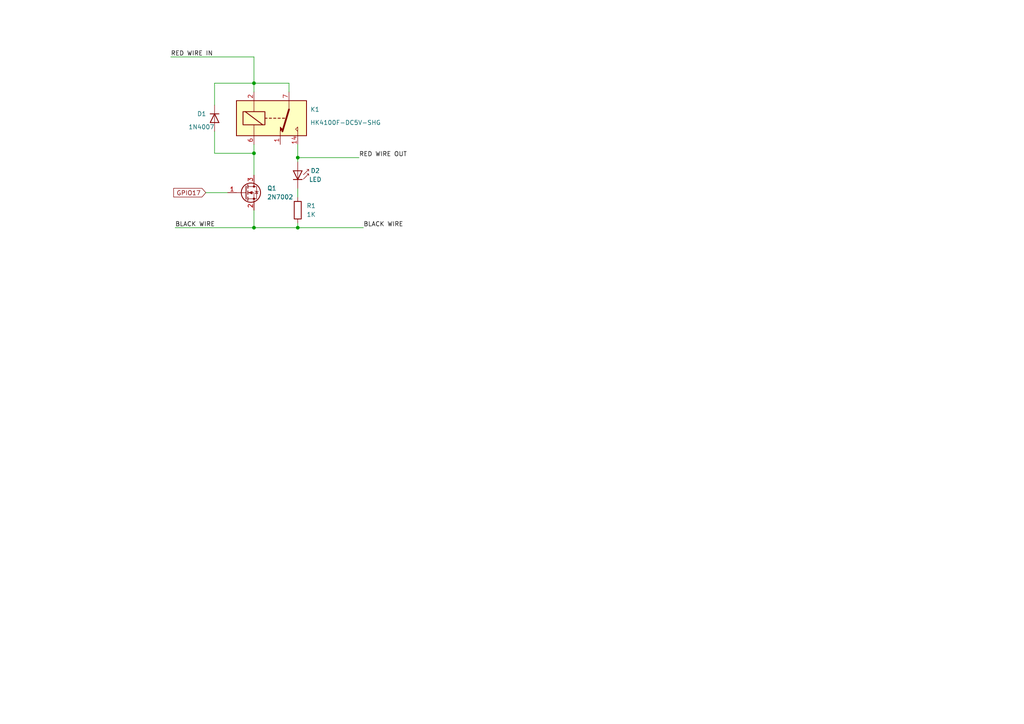
<source format=kicad_sch>
(kicad_sch (version 20211123) (generator eeschema)
  (paper "A4")
  (lib_symbols
    (symbol "Device:R" (pin_numbers hide) (pin_names (offset 0))
      (property "Reference" "R" (at 2.032 0 90))
      (property "Value" "R" (at 0 0 90))
      (symbol "R_0_1"
        (rectangle (start -1.016 -2.54) (end 1.016 2.54) (stroke (width 0.254)))
      )
      (symbol "R_1_1"
        (pin passive line (at 0 3.81 270) (length 1.27) (name "~") (number "1"))
        (pin passive line (at 0 -3.81 90) (length 1.27) (name "~") (number "2"))
      )
    )
    (symbol "Diode:1N4007" (pin_numbers hide) (pin_names (offset 1.016) hide)
      (property "Reference" "D" (at 0 2.54 0))
      (property "Value" "1N4007" (at 0 -2.54 0))
      (symbol "1N4007_0_1"
        (polyline (pts (xy -1.27 1.27) (xy -1.27 -1.27)) (stroke (width 0.254)))
        (polyline (pts (xy 1.27 0) (xy -1.27 0)))
        (polyline (pts (xy 1.27 1.27) (xy 1.27 -1.27) (xy -1.27 0) (xy 1.27 1.27)) (stroke (width 0.254)))
      )
      (symbol "1N4007_1_1"
        (pin passive line (at -3.81 0 0) (length 2.54) (name "K") (number "1"))
        (pin passive line (at 3.81 0 180) (length 2.54) (name "A") (number "2"))
      )
    )
    (symbol "LED:LD271" (pin_numbers hide) (pin_names (offset 1.016) hide)
      (property "Reference" "D" (at 0.508 1.778 0))
      (property "Value" "LD271" (at -1.016 -2.794 0))
      (symbol "LD271_0_1"
        (polyline (pts (xy -2.54 1.27) (xy -2.54 -1.27)) (stroke (width 0.254)))
        (polyline (pts (xy 0 0) (xy -2.54 0)))
        (polyline (pts (xy 0.381 3.175) (xy -0.127 3.175)))
        (polyline (pts (xy -1.143 1.651) (xy 0.381 3.175) (xy 0.381 2.667)))
        (polyline (pts (xy 0 -1.27) (xy -2.54 0) (xy 0 1.27) (xy 0 -1.27)) (stroke (width 0.254)))
        (polyline (pts (xy -2.413 1.651) (xy -0.889 3.175) (xy -0.889 2.667) (xy -0.889 3.175) (xy -1.397 3.175)))
      )
      (symbol "LD271_1_1"
        (pin passive line (at -5.08 0 0) (length 2.54) (name "K") (number "1"))
        (pin passive line (at 2.54 0 180) (length 2.54) (name "A") (number "2"))
      )
    )
    (symbol "Relay:DIPxx-1Cxx-51x"
      (property "Reference" "K" (at 11.43 3.81 0))
      (property "Value" "DIPxx-1Cxx-51x" (at 11.43 1.27 0))
      (symbol "DIPxx-1Cxx-51x_0_0"
        (polyline (pts (xy 2.54 5.08) (xy 2.54 2.54) (xy 3.175 3.175) (xy 2.54 3.81)) (fill (type outline)))
        (polyline (pts (xy 7.62 5.08) (xy 7.62 2.54) (xy 6.985 3.175) (xy 7.62 3.81)))
      )
      (symbol "DIPxx-1Cxx-51x_0_1"
        (rectangle (start -10.16 5.08) (end 10.16 -5.08) (stroke (width 0.254)) (fill (type background)))
        (rectangle (start -8.255 1.905) (end -1.905 -1.905) (stroke (width 0.254)))
        (polyline (pts (xy -7.62 -1.905) (xy -2.54 1.905)) (stroke (width 0.254)))
        (polyline (pts (xy -5.08 -5.08) (xy -5.08 -1.905)))
        (polyline (pts (xy -5.08 5.08) (xy -5.08 1.905)))
        (polyline (pts (xy -1.905 0) (xy -1.27 0)) (stroke (width 0.254)))
        (polyline (pts (xy -0.635 0) (xy 0 0)) (stroke (width 0.254)))
        (polyline (pts (xy 0.635 0) (xy 1.27 0)) (stroke (width 0.254)))
        (polyline (pts (xy 1.905 0) (xy 2.54 0)) (stroke (width 0.254)))
        (polyline (pts (xy 3.175 0) (xy 3.81 0)) (stroke (width 0.254)))
        (polyline (pts (xy 5.08 -2.54) (xy 3.175 3.81)) (stroke (width 0.508)))
        (polyline (pts (xy 5.08 -2.54) (xy 5.08 -5.08)))
      )
      (symbol "DIPxx-1Cxx-51x_1_1"
        (pin passive line (at 2.54 7.62 270) (length 2.54) (name "~") (number "1"))
        (pin passive line (at 7.62 7.62 270) (length 2.54) (name "~") (number "14"))
        (pin passive line (at -5.08 -7.62 90) (length 2.54) (name "~") (number "2"))
        (pin passive line (at -5.08 7.62 270) (length 2.54) (name "~") (number "6"))
        (pin passive line (at 5.08 -7.62 90) (length 2.54) (name "~") (number "7"))
        (pin passive line (at 5.08 -7.62 90) (length 2.54) hide (name "~") (number "8"))
      )
    )
    (symbol "Transistor_FET:2N7002" (pin_names hide)
      (property "Reference" "Q" (at 5.08 1.905 0))
      (property "Value" "2N7002" (at 5.08 0 0))
      (symbol "2N7002_0_1"
        (polyline (pts (xy 0.254 0) (xy -2.54 0)))
        (polyline (pts (xy 0.254 1.905) (xy 0.254 -1.905)) (stroke (width 0.254)))
        (polyline (pts (xy 0.762 -1.27) (xy 0.762 -2.286)) (stroke (width 0.254)))
        (polyline (pts (xy 0.762 0.508) (xy 0.762 -0.508)) (stroke (width 0.254)))
        (polyline (pts (xy 0.762 2.286) (xy 0.762 1.27)) (stroke (width 0.254)))
        (polyline (pts (xy 2.54 2.54) (xy 2.54 1.778)))
        (polyline (pts (xy 2.54 -2.54) (xy 2.54 0) (xy 0.762 0)))
        (polyline (pts (xy 0.762 -1.778) (xy 3.302 -1.778) (xy 3.302 1.778) (xy 0.762 1.778)))
        (polyline (pts (xy 1.016 0) (xy 2.032 0.381) (xy 2.032 -0.381) (xy 1.016 0)) (fill (type outline)))
        (polyline (pts (xy 2.794 0.508) (xy 2.921 0.381) (xy 3.683 0.381) (xy 3.81 0.254)))
        (polyline (pts (xy 3.302 0.381) (xy 2.921 -0.254) (xy 3.683 -0.254) (xy 3.302 0.381)))
        (circle (center 1.651 0) (radius 2.794) (stroke (width 0.254)))
        (circle (center 2.54 -1.778) (radius 0.254) (fill (type outline)))
        (circle (center 2.54 1.778) (radius 0.254) (fill (type outline)))
      )
      (symbol "2N7002_1_1"
        (pin input line (at -5.08 0 0) (length 2.54) (name "G") (number "1"))
        (pin passive line (at 2.54 -5.08 90) (length 2.54) (name "S") (number "2"))
        (pin passive line (at 2.54 5.08 270) (length 2.54) (name "D") (number "3"))
      )
    )
  )
  (junction (at 86.36 66.04))
  (junction (at 73.66 44.45))
  (junction (at 73.66 24.13))
  (junction (at 86.36 45.72))
  (junction (at 73.66 66.04))
  (wire (pts (xy 86.36 54.61) (xy 86.36 57.15)))
  (wire (pts (xy 62.23 24.13) (xy 73.66 24.13)))
  (wire (pts (xy 83.82 24.13) (xy 83.82 26.67)))
  (wire (pts (xy 73.66 41.91) (xy 73.66 44.45)))
  (wire (pts (xy 59.69 55.88) (xy 66.04 55.88)))
  (wire (pts (xy 86.36 45.72) (xy 104.14 45.72)))
  (wire (pts (xy 73.66 24.13) (xy 73.66 26.67)))
  (wire (pts (xy 86.36 64.77) (xy 86.36 66.04)))
  (wire (pts (xy 73.66 44.45) (xy 73.66 50.8)))
  (wire (pts (xy 86.36 45.72) (xy 86.36 46.99)))
  (wire (pts (xy 62.23 38.1) (xy 62.23 44.45)))
  (wire (pts (xy 73.66 16.51) (xy 73.66 24.13)))
  (wire (pts (xy 73.66 66.04) (xy 50.8 66.04)))
  (wire (pts (xy 73.66 24.13) (xy 83.82 24.13)))
  (wire (pts (xy 86.36 41.91) (xy 86.36 45.72)))
  (wire (pts (xy 62.23 44.45) (xy 73.66 44.45)))
  (wire (pts (xy 73.66 66.04) (xy 86.36 66.04)))
  (wire (pts (xy 49.53 16.51) (xy 73.66 16.51)))
  (wire (pts (xy 86.36 66.04) (xy 105.41 66.04)))
  (wire (pts (xy 62.23 30.48) (xy 62.23 24.13)))
  (wire (pts (xy 73.66 60.96) (xy 73.66 66.04)))
  (label "BLACK WIRE" (at 105.41 66.04 0))
  (label "RED WIRE OUT" (at 104.14 45.72 0))
  (label "BLACK WIRE" (at 50.8 66.04 0))
  (label "RED WIRE IN" (at 49.53 16.51 0))
  (global_label "GPIO17" (shape input) (at 59.69 55.88 180) (property "Обозначения листов" "${INTERSHEET_REFS}" (effects hide)))
  (symbol (lib_id "Relay:DIPxx-1Cxx-51x") (at 78.74 34.29 0) (mirror x) (unit 1)
    (property "Reference" "K1" (at 92.71 31.75 0) (effects (justify right)))
    (property "Value" "HK4100F-DC5V-SHG" (at 110.49 35.56 0) (effects (justify right)))
    (property "Footprint" "Relay_THT:Relay_StandexMeder_DIP_LowProfile" (effects hide))
    (property "Datasheet" "https://standexelectronics.com/wp-content/uploads/datasheet_reed_relay_DIP.pdf" (effects hide))
  )
  (symbol (lib_id "LED:LD271") (at 86.36 49.53 270) (mirror x) (unit 1)
    (property "Reference" "D2" (at 91.44 49.53 90))
    (property "Value" "LED" (at 91.44 52.07 90))
    (property "Footprint" "LED_THT:LED_D5.0mm_IRGrey" (effects hide))
    (property "Datasheet" "http://www.alliedelec.com/m/d/40788c34903a719969df15f1fbea1056.pdf" (effects hide))
  )
  (symbol (lib_id "Device:R") (at 86.36 60.96 0) (unit 1)
    (property "Reference" "R1" (at 88.9 59.6899 0) (effects (justify left)))
    (property "Value" "1K" (at 88.9 62.2299 0) (effects (justify left)))
  )
  (symbol (lib_id "Transistor_FET:2N7002") (at 71.12 55.88 0) (unit 1)
    (property "Reference" "Q1" (at 77.47 54.6099 0) (effects (justify left)))
    (property "Value" "2N7002" (at 77.47 57.1499 0) (effects (justify left)))
    (property "Footprint" "Package_TO_SOT_SMD:SOT-23" (effects hide))
    (property "Datasheet" "https://www.onsemi.com/pub/Collateral/NDS7002A-D.PDF" (effects hide))
  )
  (symbol (lib_id "Diode:1N4007") (at 62.23 34.29 270) (unit 1)
    (property "Reference" "D1" (at 57.15 33.02 90) (effects (justify left)))
    (property "Value" "1N4007" (at 54.61 36.83 90) (effects (justify left)))
    (property "Footprint" "Diode_THT:D_DO-41_SOD81_P10.16mm_Horizontal" (effects hide))
    (property "Datasheet" "http://www.vishay.com/docs/88503/1n4001.pdf" (effects hide))
  )
)
</source>
